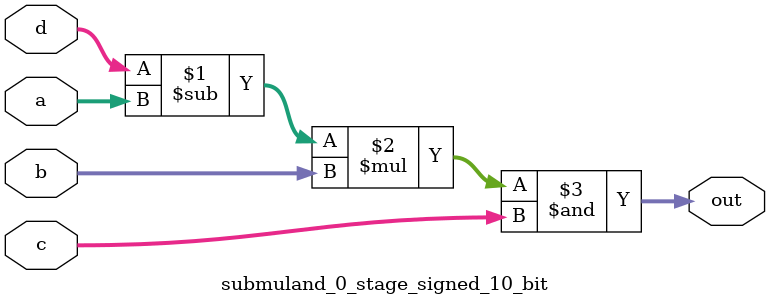
<source format=sv>
(* use_dsp = "yes" *) module submuland_0_stage_signed_10_bit(
	input signed [9:0] a,
	input signed [9:0] b,
	input signed [9:0] c,
	input signed [9:0] d,
	output [9:0] out
	);

	assign out = ((d - a) * b) & c;
endmodule

</source>
